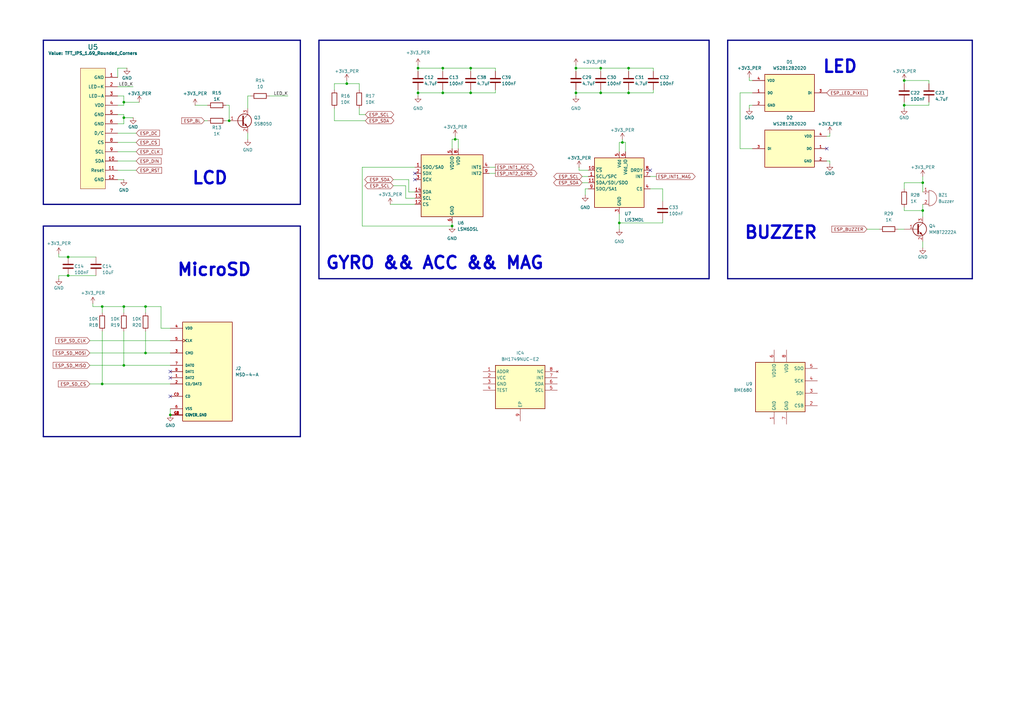
<source format=kicad_sch>
(kicad_sch (version 20250114) (generator "eeschema") (generator_version "9.0")
  (paper "A3")
  (lib_symbols
    (symbol "Device:Buzzer" (pin_names (offset 0.0254) (hide yes))
      (property "Reference" "BZ" (at 3.81 1.27 0))
      (property "Value" "Buzzer" (at 3.81 -1.27 0))
      (symbol "Buzzer_0_1"
        (polyline (pts (xy -1.651 1.905) (xy -1.143 1.905)))
        (polyline (pts (xy -1.397 2.159) (xy -1.397 1.651)))
        (arc (start 0 3.175) (mid 3.1612 0) (end 0 -3.175))
        (polyline (pts (xy 0 3.175) (xy 0 -3.175)))
      )
      (symbol "Buzzer_1_1"
        (pin passive line (at -2.54 2.54 0) (length 2.54) (name "+") (number "1"))
        (pin passive line (at -2.54 -2.54 0) (length 2.54) (name "-") (number "2"))
      )
    )
    (symbol "Device:C" (pin_numbers (hide yes)) (pin_names (offset 0.254))
      (property "Reference" "C" (at 0.635 2.54 0))
      (property "Value" "C" (at 0.635 -2.54 0))
      (symbol "C_0_1"
        (polyline (pts (xy -2.032 0.762) (xy 2.032 0.762)) (stroke (width 0.508)))
        (polyline (pts (xy -2.032 -0.762) (xy 2.032 -0.762)) (stroke (width 0.508)))
      )
      (symbol "C_1_1"
        (pin passive line (at 0 3.81 270) (length 2.794) (name "~") (number "1"))
        (pin passive line (at 0 -3.81 90) (length 2.794) (name "~") (number "2"))
      )
    )
    (symbol "Device:R" (pin_numbers (hide yes)) (pin_names (offset 0))
      (property "Reference" "R" (at 2.032 0 90))
      (property "Value" "R" (at 0 0 90))
      (symbol "R_0_1"
        (rectangle (start -1.016 -2.54) (end 1.016 2.54) (stroke (width 0.254)))
      )
      (symbol "R_1_1"
        (pin passive line (at 0 3.81 270) (length 1.27) (name "~") (number "1"))
        (pin passive line (at 0 -3.81 90) (length 1.27) (name "~") (number "2"))
      )
    )
    (symbol "MSD-4-A:MSD-4-A" (pin_names (offset 1.016))
      (property "Reference" "J" (at -10.16 21.082 0))
      (property "Value" "MSD-4-A" (at -10.16 -22.86 0))
      (symbol "MSD-4-A_0_0"
        (rectangle (start -10.16 -20.32) (end 10.16 20.32) (stroke (width 0.254)) (fill (type background)))
        (pin power_in line (at -15.24 17.78 0) (length 5.08) (name "VDD") (number "4"))
        (pin input clock (at -15.24 12.7 0) (length 5.08) (name "CLK") (number "5"))
        (pin bidirectional line (at -15.24 7.62 0) (length 5.08) (name "CMD") (number "3"))
        (pin bidirectional line (at -15.24 2.54 0) (length 5.08) (name "DAT0") (number "7"))
        (pin bidirectional line (at -15.24 0 0) (length 5.08) (name "DAT1") (number "8"))
        (pin bidirectional line (at -15.24 -2.54 0) (length 5.08) (name "DAT2") (number "1"))
        (pin bidirectional line (at -15.24 -5.08 0) (length 5.08) (name "CD/DAT3") (number "2"))
        (pin passive line (at -15.24 -10.16 0) (length 5.08) (name "CD") (number "CD"))
        (pin power_in line (at -15.24 -15.24 0) (length 5.08) (name "VSS") (number "6"))
        (pin power_in line (at -15.24 -17.78 0) (length 5.08) (name "COVER_GND") (number "G1"))
        (pin power_in line (at -15.24 -17.78 0) (length 5.08) (name "COVER_GND") (number "G2"))
        (pin power_in line (at -15.24 -17.78 0) (length 5.08) (name "COVER_GND") (number "G3"))
        (pin power_in line (at -15.24 -17.78 0) (length 5.08) (name "COVER_GND") (number "G4"))
      )
    )
    (symbol "SamacSys_Parts:BH1749NUC-E2"
      (property "Reference" "IC" (at 26.67 7.62 0))
      (property "Value" "BH1749NUC-E2" (at 26.67 5.08 0))
      (symbol "BH1749NUC-E2_1_1"
        (rectangle (start 5.08 2.54) (end 25.4 -15.24) (stroke (width 0.254)) (fill (type background)))
        (pin passive line (at 0 0 0) (length 5.08) (name "ADDR") (number "1"))
        (pin passive line (at 0 -2.54 0) (length 5.08) (name "VCC") (number "2"))
        (pin passive line (at 0 -5.08 0) (length 5.08) (name "GND") (number "3"))
        (pin passive line (at 0 -7.62 0) (length 5.08) (name "TEST") (number "4"))
        (pin passive line (at 15.24 -20.32 90) (length 5.08) (name "EP") (number "9"))
        (pin no_connect line (at 30.48 0 180) (length 5.08) (name "NC") (number "8"))
        (pin passive line (at 30.48 -2.54 180) (length 5.08) (name "INT") (number "7"))
        (pin passive line (at 30.48 -5.08 180) (length 5.08) (name "SDA") (number "6"))
        (pin passive line (at 30.48 -7.62 180) (length 5.08) (name "SCL") (number "5"))
      )
    )
    (symbol "Sensor:BME680"
      (property "Reference" "U" (at -8.89 11.43 0))
      (property "Value" "BME680" (at 7.62 11.43 0))
      (symbol "BME680_0_1"
        (rectangle (start -10.16 10.16) (end 10.16 -10.16) (stroke (width 0.254)) (fill (type background)))
      )
      (symbol "BME680_1_1"
        (pin power_in line (at -2.54 15.24 270) (length 5.08) (name "VDDIO") (number "6"))
        (pin power_in line (at -2.54 -15.24 90) (length 5.08) (name "GND") (number "1"))
        (pin power_in line (at 2.54 15.24 270) (length 5.08) (name "VDD") (number "8"))
        (pin power_in line (at 2.54 -15.24 90) (length 5.08) (name "GND") (number "7"))
        (pin bidirectional line (at 15.24 7.62 180) (length 5.08) (name "SDO") (number "5"))
        (pin input line (at 15.24 2.54 180) (length 5.08) (name "SCK") (number "4"))
        (pin bidirectional line (at 15.24 -2.54 180) (length 5.08) (name "SDI") (number "3"))
        (pin input line (at 15.24 -7.62 180) (length 5.08) (name "CSB") (number "2"))
      )
    )
    (symbol "Sensor_Magnetic:LIS3MDL"
      (property "Reference" "U" (at -8.89 11.43 0))
      (property "Value" "LIS3MDL" (at 7.62 11.43 0))
      (symbol "LIS3MDL_0_1"
        (rectangle (start -10.16 10.16) (end 10.16 -10.16) (stroke (width 0.254)) (fill (type background)))
      )
      (symbol "LIS3MDL_1_1"
        (pin input line (at -12.7 5.08 0) (length 2.54) (name "~{CS}") (number "10"))
        (pin input line (at -12.7 2.54 0) (length 2.54) (name "SCL/SPC") (number "1"))
        (pin bidirectional line (at -12.7 0 0) (length 2.54) (name "SDA/SDI/SDO") (number "11"))
        (pin bidirectional line (at -12.7 -2.54 0) (length 2.54) (name "SDO/SA1") (number "9"))
        (pin power_in line (at 0 12.7 270) (length 2.54) (name "Vdd") (number "5"))
        (pin passive line (at 0 -12.7 90) (length 2.54) (hide yes) (name "GND") (number "12"))
        (pin passive line (at 0 -12.7 90) (length 2.54) (hide yes) (name "GND") (number "2"))
        (pin power_in line (at 0 -12.7 90) (length 2.54) (name "GND") (number "3"))
        (pin power_in line (at 2.54 12.7 270) (length 2.54) (name "Vdd_IO") (number "6"))
        (pin output line (at 12.7 5.08 180) (length 2.54) (name "DRDY") (number "8"))
        (pin output line (at 12.7 2.54 180) (length 2.54) (name "INT") (number "7"))
        (pin power_out line (at 12.7 -2.54 180) (length 2.54) (name "C1") (number "4"))
      )
    )
    (symbol "Sensor_Motion:LSM6DSL"
      (property "Reference" "U" (at -11.43 15.24 0))
      (property "Value" "LSM6DSL" (at -11.43 12.7 0))
      (symbol "LSM6DSL_0_1"
        (rectangle (start -12.7 12.7) (end 12.7 -12.7) (stroke (width 0.254)) (fill (type background)))
      )
      (symbol "LSM6DSL_1_1"
        (pin bidirectional line (at -15.24 7.62 0) (length 2.54) (name "SDO/SA0") (number "1"))
        (pin bidirectional line (at -15.24 5.08 0) (length 2.54) (name "SDX") (number "2"))
        (pin input line (at -15.24 2.54 0) (length 2.54) (name "SCX") (number "3"))
        (pin bidirectional line (at -15.24 -2.54 0) (length 2.54) (name "SDA") (number "14"))
        (pin input line (at -15.24 -5.08 0) (length 2.54) (name "SCL") (number "13"))
        (pin input line (at -15.24 -7.62 0) (length 2.54) (name "CS") (number "12"))
        (pin power_in line (at 0 15.24 270) (length 2.54) (name "VDDIO") (number "5"))
        (pin power_in line (at 0 -15.24 90) (length 2.54) (name "GND") (number "6"))
        (pin passive line (at 0 -15.24 90) (length 2.54) (hide yes) (name "GND") (number "7"))
        (pin power_in line (at 2.54 15.24 270) (length 2.54) (name "VDD") (number "8"))
        (pin no_connect line (at 12.7 -2.54 180) (length 3.81) (hide yes) (name "NC") (number "11"))
        (pin no_connect line (at 12.7 -5.08 180) (length 3.81) (hide yes) (name "NC") (number "10"))
        (pin output line (at 15.24 7.62 180) (length 2.54) (name "INT1") (number "4"))
        (pin output line (at 15.24 5.08 180) (length 2.54) (name "INT2") (number "9"))
      )
    )
    (symbol "TFT_IPS_1_69_ST7789V2:TFT_IPS_1.69_Rounded_Corners"
      (property "Reference" "U" (at 0 25.908 0))
      (property "Value" "TFT_IPS_1.69_Rounded_Corners" (at 1.524 28.956 0) (show_name))
      (symbol "TFT_IPS_1.69_Rounded_Corners_1_1"
        (rectangle (start -5.08 24.13) (end 5.08 -25.4) (fill (type background)))
        (pin bidirectional line (at 10.16 20.32 180) (length 5.08) (name "GND") (number "1"))
        (pin bidirectional line (at 10.16 16.51 180) (length 5.08) (name "LED-K") (number "2"))
        (pin bidirectional line (at 10.16 12.7 180) (length 5.08) (name "LED-A") (number "3"))
        (pin bidirectional line (at 10.16 8.89 180) (length 5.08) (name "VDD") (number "4"))
        (pin bidirectional line (at 10.16 5.08 180) (length 5.08) (name "GND") (number "5"))
        (pin bidirectional line (at 10.16 1.27 180) (length 5.08) (name "GND") (number "6"))
        (pin bidirectional line (at 10.16 -2.54 180) (length 5.08) (name "D/C") (number "7"))
        (pin bidirectional line (at 10.16 -6.35 180) (length 5.08) (name "CS") (number "8"))
        (pin bidirectional line (at 10.16 -10.16 180) (length 5.08) (name "SCL") (number "9"))
        (pin bidirectional line (at 10.16 -13.97 180) (length 5.08) (name "SDA") (number "10"))
        (pin bidirectional line (at 10.16 -17.78 180) (length 5.08) (name "Reset") (number "11"))
        (pin bidirectional line (at 10.16 -21.59 180) (length 5.08) (name "GND") (number "12"))
      )
    )
    (symbol "Transistor_BJT:MMBT2222A" (pin_names (offset 0) (hide yes))
      (property "Reference" "Q" (at 5.08 1.905 0))
      (property "Value" "MMBT2222A" (at 5.08 0 0))
      (symbol "MMBT2222A_0_1"
        (polyline (pts (xy 0.635 1.905) (xy 0.635 -1.905) (xy 0.635 -1.905)) (stroke (width 0.508)))
        (polyline (pts (xy 0.635 0.635) (xy 2.54 2.54)))
        (polyline (pts (xy 0.635 -0.635) (xy 2.54 -2.54) (xy 2.54 -2.54)))
        (circle (center 1.27 0) (radius 2.8194) (stroke (width 0.254)))
        (polyline (pts (xy 1.27 -1.778) (xy 1.778 -1.27) (xy 2.286 -2.286) (xy 1.27 -1.778) (xy 1.27 -1.778)) (fill (type outline)))
      )
      (symbol "MMBT2222A_1_1"
        (pin input line (at -5.08 0 0) (length 5.715) (name "B") (number "1"))
        (pin passive line (at 2.54 5.08 270) (length 2.54) (name "C") (number "3"))
        (pin passive line (at 2.54 -5.08 90) (length 2.54) (name "E") (number "2"))
      )
    )
    (symbol "Transistor_BJT:SS8050" (pin_names (offset 0) (hide yes))
      (property "Reference" "Q" (at 5.08 1.905 0))
      (property "Value" "SS8050" (at 5.08 0 0))
      (symbol "SS8050_0_1"
        (polyline (pts (xy -2.54 0) (xy 0.635 0)))
        (polyline (pts (xy 0.635 1.905) (xy 0.635 -1.905)) (stroke (width 0.508)))
        (circle (center 1.27 0) (radius 2.8194) (stroke (width 0.254)))
      )
      (symbol "SS8050_1_1"
        (polyline (pts (xy 0.635 0.635) (xy 2.54 2.54)))
        (polyline (pts (xy 0.635 -0.635) (xy 2.54 -2.54)))
        (polyline (pts (xy 1.27 -1.778) (xy 1.778 -1.27) (xy 2.286 -2.286) (xy 1.27 -1.778)) (fill (type outline)))
        (pin input line (at -5.08 0 0) (length 2.54) (name "B") (number "1"))
        (pin passive line (at 2.54 5.08 270) (length 2.54) (name "C") (number "3"))
        (pin passive line (at 2.54 -5.08 90) (length 2.54) (name "E") (number "2"))
      )
    )
    (symbol "WS2812B2020:WS2812B2020" (pin_names (offset 1.016))
      (property "Reference" "D" (at -10.16 8.382 0))
      (property "Value" "WS2812B2020" (at -10.16 -10.16 0))
      (symbol "WS2812B2020_0_0"
        (rectangle (start -10.16 -7.62) (end 10.16 7.62) (stroke (width 0.254)) (fill (type background)))
        (pin input line (at -15.24 0 0) (length 5.08) (name "DI") (number "3"))
        (pin power_in line (at 15.24 5.08 180) (length 5.08) (name "VDD") (number "4"))
        (pin output line (at 15.24 0 180) (length 5.08) (name "DO") (number "1"))
        (pin power_in line (at 15.24 -5.08 180) (length 5.08) (name "GND") (number "2"))
      )
    )
    (symbol "power:+3.3V" (power) (pin_numbers (hide yes)) (pin_names (offset 0) (hide yes))
      (property "Value" "+3.3V" (at 0 3.556 0))
      (symbol "+3.3V_0_1"
        (polyline (pts (xy -0.762 1.27) (xy 0 2.54)))
        (polyline (pts (xy 0 2.54) (xy 0.762 1.27)))
        (polyline (pts (xy 0 0) (xy 0 2.54)))
      )
      (symbol "+3.3V_1_1"
        (pin power_in line (at 0 0 90) (length 0) (name "~") (number "1"))
      )
    )
    (symbol "power:+3V3" (power) (pin_numbers (hide yes)) (pin_names (offset 0) (hide yes))
      (property "Value" "+3V3" (at 0 3.556 0))
      (symbol "+3V3_0_1"
        (polyline (pts (xy -0.762 1.27) (xy 0 2.54)))
        (polyline (pts (xy 0 2.54) (xy 0.762 1.27)))
        (polyline (pts (xy 0 0) (xy 0 2.54)))
      )
      (symbol "+3V3_1_1"
        (pin power_in line (at 0 0 90) (length 0) (name "~") (number "1"))
      )
    )
    (symbol "power:GND" (power) (pin_numbers (hide yes)) (pin_names (offset 0) (hide yes))
      (property "Value" "GND" (at 0 -3.81 0))
      (symbol "GND_0_1"
        (polyline (pts (xy 0 0) (xy 0 -1.27) (xy 1.27 -1.27) (xy 0 -2.54) (xy -1.27 -1.27) (xy 0 -1.27)))
      )
      (symbol "GND_1_1"
        (pin power_in line (at 0 0 270) (length 0) (name "~") (number "1"))
      )
    )
  )
  (text "GYRO && ACC && MAG" (at 178.308 107.95 0) (effects (font (size 5 5) (thickness 1) (bold yes))))
  (text "BUZZER" (at 320.294 95.504 0) (effects (font (size 5 5) (thickness 1) (bold yes))))
  (text "LED " (at 346.456 27.432 0) (effects (font (size 5 5) (thickness 1) (bold yes))))
  (text "LCD\n" (at 86.106 73.152 0) (effects (font (size 5 5) (thickness 1) (bold yes))))
  (text "MicroSD" (at 87.884 110.744 0) (effects (font (size 5 5) (thickness 1) (bold yes))))
  (junction (at 193.04 38.1))
  (junction (at 50.8 125.73))
  (junction (at 370.84 43.18))
  (junction (at 59.69 125.73))
  (junction (at 50.8 48.26))
  (junction (at 236.22 38.1))
  (junction (at 93.98 49.53))
  (junction (at 41.91 125.73))
  (junction (at 246.38 38.1))
  (junction (at 59.69 144.78))
  (junction (at 370.84 33.02))
  (junction (at 378.46 74.93))
  (junction (at 185.42 92.71))
  (junction (at 181.61 38.1))
  (junction (at 257.81 38.1))
  (junction (at 27.94 113.03))
  (junction (at 255.27 58.42))
  (junction (at 378.46 86.36))
  (junction (at 50.8 41.91))
  (junction (at 69.85 170.18))
  (junction (at 246.38 27.94))
  (junction (at 186.69 57.15))
  (junction (at 181.61 27.94))
  (junction (at 41.91 157.48))
  (junction (at 27.94 105.41))
  (junction (at 50.8 149.86))
  (junction (at 142.24 34.29))
  (junction (at 236.22 27.94))
  (junction (at 171.45 38.1))
  (junction (at 257.81 27.94))
  (junction (at 171.45 27.94))
  (junction (at 254 91.44))
  (junction (at 193.04 27.94))
  (no_connect (at 170.18 73.66))
  (no_connect (at 69.85 162.56))
  (no_connect (at 69.85 152.4))
  (no_connect (at 339.09 60.96))
  (no_connect (at 170.18 71.12))
  (no_connect (at 266.7 69.85))
  (no_connect (at 69.85 154.94))
  (wire (pts (xy 186.69 55.88) (xy 186.69 57.15)))
  (wire (pts (xy 236.22 27.94) (xy 236.22 29.21)))
  (wire (pts (xy 193.04 38.1) (xy 203.2 38.1)))
  (wire (pts (xy 254 62.23) (xy 254 58.42)))
  (wire (pts (xy 181.61 27.94) (xy 181.61 29.21)))
  (bus (pts (xy 130.81 16.51) (xy 290.83 16.51)) (stroke (width 0.508)))
  (wire (pts (xy 36.83 144.78) (xy 59.69 144.78)))
  (wire (pts (xy 171.45 27.94) (xy 181.61 27.94)))
  (wire (pts (xy 50.8 43.18) (xy 50.8 41.91)))
  (wire (pts (xy 271.78 77.47) (xy 271.78 82.55)))
  (wire (pts (xy 137.16 44.45) (xy 137.16 49.53)))
  (wire (pts (xy 370.84 33.02) (xy 381 33.02)))
  (wire (pts (xy 370.84 44.45) (xy 370.84 43.18)))
  (wire (pts (xy 161.29 73.66) (xy 167.64 73.66)))
  (wire (pts (xy 267.97 29.21) (xy 267.97 27.94)))
  (wire (pts (xy 378.46 74.93) (xy 370.84 74.93)))
  (wire (pts (xy 171.45 26.67) (xy 171.45 27.94)))
  (wire (pts (xy 307.34 43.18) (xy 308.61 43.18)))
  (wire (pts (xy 181.61 36.83) (xy 181.61 38.1)))
  (wire (pts (xy 257.81 38.1) (xy 246.38 38.1)))
  (wire (pts (xy 50.8 135.89) (xy 50.8 149.86)))
  (wire (pts (xy 36.83 157.48) (xy 41.91 157.48)))
  (wire (pts (xy 41.91 135.89) (xy 41.91 157.48)))
  (wire (pts (xy 267.97 36.83) (xy 267.97 38.1)))
  (bus (pts (xy 17.78 92.71) (xy 123.19 92.71)) (stroke (width 0.508)))
  (wire (pts (xy 193.04 36.83) (xy 193.04 38.1)))
  (wire (pts (xy 187.96 57.15) (xy 187.96 60.96)))
  (wire (pts (xy 271.78 90.17) (xy 271.78 91.44)))
  (wire (pts (xy 185.42 92.71) (xy 148.59 92.71)))
  (wire (pts (xy 255.27 58.42) (xy 256.54 58.42)))
  (wire (pts (xy 48.26 50.8) (xy 50.8 50.8)))
  (wire (pts (xy 161.29 76.2) (xy 166.37 76.2)))
  (wire (pts (xy 48.26 35.56) (xy 54.61 35.56)))
  (wire (pts (xy 50.8 41.91) (xy 50.8 39.37)))
  (bus (pts (xy 17.78 92.71) (xy 17.78 179.07)) (stroke (width 0.508)))
  (wire (pts (xy 110.49 39.37) (xy 118.11 39.37)))
  (wire (pts (xy 92.71 49.53) (xy 93.98 49.53)))
  (wire (pts (xy 246.38 27.94) (xy 246.38 29.21)))
  (wire (pts (xy 93.98 43.18) (xy 92.71 43.18)))
  (wire (pts (xy 237.49 69.85) (xy 237.49 68.58)))
  (wire (pts (xy 193.04 38.1) (xy 181.61 38.1)))
  (wire (pts (xy 266.7 77.47) (xy 271.78 77.47)))
  (wire (pts (xy 370.84 74.93) (xy 370.84 77.47)))
  (wire (pts (xy 48.26 39.37) (xy 50.8 39.37)))
  (wire (pts (xy 27.94 105.41) (xy 39.37 105.41)))
  (wire (pts (xy 66.04 125.73) (xy 59.69 125.73)))
  (wire (pts (xy 236.22 26.67) (xy 236.22 27.94)))
  (bus (pts (xy 123.19 16.51) (xy 123.19 83.82)) (stroke (width 0.508)))
  (wire (pts (xy 48.26 27.94) (xy 48.26 31.75)))
  (wire (pts (xy 167.64 78.74) (xy 170.18 78.74)))
  (bus (pts (xy 123.19 179.07) (xy 17.78 179.07)) (stroke (width 0.508)))
  (bus (pts (xy 130.81 16.51) (xy 130.81 114.3)) (stroke (width 0.508)))
  (wire (pts (xy 246.38 36.83) (xy 246.38 38.1)))
  (wire (pts (xy 255.27 57.15) (xy 255.27 58.42)))
  (wire (pts (xy 185.42 57.15) (xy 186.69 57.15)))
  (wire (pts (xy 171.45 38.1) (xy 181.61 38.1)))
  (wire (pts (xy 257.81 38.1) (xy 267.97 38.1)))
  (wire (pts (xy 36.83 139.7) (xy 69.85 139.7)))
  (wire (pts (xy 240.03 77.47) (xy 240.03 80.01)))
  (bus (pts (xy 290.83 114.3) (xy 130.81 114.3)) (stroke (width 0.508)))
  (wire (pts (xy 59.69 135.89) (xy 59.69 144.78)))
  (wire (pts (xy 69.85 167.64) (xy 69.85 170.18)))
  (wire (pts (xy 236.22 38.1) (xy 236.22 39.37)))
  (bus (pts (xy 290.83 16.51) (xy 290.83 114.3)) (stroke (width 0.508)))
  (wire (pts (xy 48.26 73.66) (xy 50.8 73.66)))
  (wire (pts (xy 254 87.63) (xy 254 91.44)))
  (wire (pts (xy 256.54 58.42) (xy 256.54 62.23)))
  (wire (pts (xy 370.84 43.18) (xy 381 43.18)))
  (wire (pts (xy 50.8 125.73) (xy 41.91 125.73)))
  (wire (pts (xy 66.04 125.73) (xy 66.04 134.62)))
  (bus (pts (xy 123.19 83.82) (xy 17.78 83.82)) (stroke (width 0.508)))
  (wire (pts (xy 236.22 38.1) (xy 246.38 38.1)))
  (wire (pts (xy 48.26 43.18) (xy 50.8 43.18)))
  (wire (pts (xy 241.3 69.85) (xy 237.49 69.85)))
  (wire (pts (xy 171.45 38.1) (xy 171.45 39.37)))
  (wire (pts (xy 41.91 125.73) (xy 41.91 128.27)))
  (wire (pts (xy 48.26 27.94) (xy 52.07 27.94)))
  (wire (pts (xy 203.2 36.83) (xy 203.2 38.1)))
  (wire (pts (xy 355.6 93.98) (xy 360.68 93.98)))
  (wire (pts (xy 24.13 113.03) (xy 27.94 113.03)))
  (wire (pts (xy 378.46 74.93) (xy 378.46 78.74)))
  (wire (pts (xy 340.36 55.88) (xy 340.36 54.61)))
  (wire (pts (xy 236.22 36.83) (xy 236.22 38.1)))
  (wire (pts (xy 147.32 36.83) (xy 147.32 34.29)))
  (wire (pts (xy 166.37 76.2) (xy 166.37 81.28)))
  (wire (pts (xy 167.64 73.66) (xy 167.64 78.74)))
  (wire (pts (xy 381 43.18) (xy 381 41.91)))
  (wire (pts (xy 148.59 68.58) (xy 170.18 68.58)))
  (wire (pts (xy 66.04 134.62) (xy 69.85 134.62)))
  (bus (pts (xy 17.78 16.51) (xy 123.19 16.51)) (stroke (width 0.508)))
  (wire (pts (xy 370.84 86.36) (xy 378.46 86.36)))
  (wire (pts (xy 241.3 77.47) (xy 240.03 77.47)))
  (wire (pts (xy 48.26 46.99) (xy 50.8 46.99)))
  (wire (pts (xy 102.87 39.37) (xy 101.6 39.37)))
  (wire (pts (xy 378.46 83.82) (xy 378.46 86.36)))
  (bus (pts (xy 398.78 16.51) (xy 398.78 114.3)) (stroke (width 0.508)))
  (wire (pts (xy 80.01 43.18) (xy 85.09 43.18)))
  (wire (pts (xy 193.04 27.94) (xy 203.2 27.94)))
  (wire (pts (xy 171.45 36.83) (xy 171.45 38.1)))
  (wire (pts (xy 147.32 46.99) (xy 149.86 46.99)))
  (wire (pts (xy 185.42 91.44) (xy 185.42 92.71)))
  (wire (pts (xy 41.91 157.48) (xy 69.85 157.48)))
  (wire (pts (xy 38.1 125.73) (xy 38.1 124.46)))
  (wire (pts (xy 339.09 55.88) (xy 340.36 55.88)))
  (wire (pts (xy 370.84 33.02) (xy 370.84 34.29)))
  (wire (pts (xy 142.24 34.29) (xy 147.32 34.29)))
  (wire (pts (xy 238.76 72.39) (xy 241.3 72.39)))
  (wire (pts (xy 381 33.02) (xy 381 34.29)))
  (bus (pts (xy 298.45 16.51) (xy 298.45 114.3)) (stroke (width 0.508)))
  (wire (pts (xy 48.26 66.04) (xy 55.88 66.04)))
  (wire (pts (xy 50.8 149.86) (xy 69.85 149.86)))
  (wire (pts (xy 186.69 57.15) (xy 187.96 57.15)))
  (wire (pts (xy 83.82 49.53) (xy 85.09 49.53)))
  (wire (pts (xy 36.83 149.86) (xy 50.8 149.86)))
  (wire (pts (xy 370.84 43.18) (xy 370.84 41.91)))
  (wire (pts (xy 59.69 125.73) (xy 50.8 125.73)))
  (wire (pts (xy 266.7 72.39) (xy 269.24 72.39)))
  (wire (pts (xy 181.61 27.94) (xy 193.04 27.94)))
  (wire (pts (xy 185.42 60.96) (xy 185.42 57.15)))
  (wire (pts (xy 137.16 34.29) (xy 142.24 34.29)))
  (wire (pts (xy 254 91.44) (xy 254 93.98)))
  (wire (pts (xy 27.94 113.03) (xy 39.37 113.03)))
  (wire (pts (xy 193.04 29.21) (xy 193.04 27.94)))
  (wire (pts (xy 101.6 39.37) (xy 101.6 44.45)))
  (wire (pts (xy 137.16 36.83) (xy 137.16 34.29)))
  (wire (pts (xy 171.45 27.94) (xy 171.45 29.21)))
  (wire (pts (xy 24.13 104.14) (xy 24.13 105.41)))
  (wire (pts (xy 200.66 68.58) (xy 203.2 68.58)))
  (wire (pts (xy 203.2 29.21) (xy 203.2 27.94)))
  (wire (pts (xy 48.26 54.61) (xy 55.88 54.61)))
  (wire (pts (xy 308.61 38.1) (xy 303.53 38.1)))
  (wire (pts (xy 378.46 86.36) (xy 378.46 88.9)))
  (wire (pts (xy 257.81 29.21) (xy 257.81 27.94)))
  (wire (pts (xy 24.13 114.3) (xy 24.13 113.03)))
  (bus (pts (xy 398.78 114.3) (xy 298.45 114.3)) (stroke (width 0.508)))
  (wire (pts (xy 50.8 48.26) (xy 50.8 46.99)))
  (wire (pts (xy 236.22 27.94) (xy 246.38 27.94)))
  (wire (pts (xy 308.61 33.02) (xy 307.34 33.02)))
  (bus (pts (xy 17.78 16.51) (xy 17.78 83.82)) (stroke (width 0.508)))
  (wire (pts (xy 378.46 99.06) (xy 378.46 101.6)))
  (wire (pts (xy 271.78 91.44) (xy 254 91.44)))
  (wire (pts (xy 166.37 81.28) (xy 170.18 81.28)))
  (wire (pts (xy 378.46 72.39) (xy 378.46 74.93)))
  (wire (pts (xy 48.26 62.23) (xy 55.88 62.23)))
  (wire (pts (xy 303.53 38.1) (xy 303.53 60.96)))
  (wire (pts (xy 147.32 44.45) (xy 147.32 46.99)))
  (wire (pts (xy 93.98 43.18) (xy 93.98 49.53)))
  (wire (pts (xy 48.26 69.85) (xy 55.88 69.85)))
  (wire (pts (xy 303.53 60.96) (xy 308.61 60.96)))
  (wire (pts (xy 137.16 49.53) (xy 149.86 49.53)))
  (wire (pts (xy 48.26 58.42) (xy 55.88 58.42)))
  (wire (pts (xy 368.3 93.98) (xy 370.84 93.98)))
  (wire (pts (xy 101.6 54.61) (xy 101.6 57.15)))
  (wire (pts (xy 307.34 44.45) (xy 307.34 43.18)))
  (wire (pts (xy 142.24 34.29) (xy 142.24 33.02)))
  (wire (pts (xy 246.38 27.94) (xy 257.81 27.94)))
  (wire (pts (xy 370.84 85.09) (xy 370.84 86.36)))
  (wire (pts (xy 50.8 48.26) (xy 54.61 48.26)))
  (wire (pts (xy 238.76 74.93) (xy 241.3 74.93)))
  (wire (pts (xy 254 58.42) (xy 255.27 58.42)))
  (wire (pts (xy 50.8 50.8) (xy 50.8 48.26)))
  (wire (pts (xy 340.36 67.31) (xy 340.36 66.04)))
  (wire (pts (xy 200.66 71.12) (xy 203.2 71.12)))
  (wire (pts (xy 148.59 92.71) (xy 148.59 68.58)))
  (wire (pts (xy 160.02 83.82) (xy 170.18 83.82)))
  (wire (pts (xy 59.69 144.78) (xy 69.85 144.78)))
  (bus (pts (xy 123.19 92.71) (xy 123.19 179.07)) (stroke (width 0.508)))
  (wire (pts (xy 307.34 33.02) (xy 307.34 31.75)))
  (wire (pts (xy 340.36 66.04) (xy 339.09 66.04)))
  (wire (pts (xy 59.69 125.73) (xy 59.69 128.27)))
  (wire (pts (xy 57.15 41.91) (xy 50.8 41.91)))
  (wire (pts (xy 41.91 125.73) (xy 38.1 125.73)))
  (wire (pts (xy 257.81 27.94) (xy 267.97 27.94)))
  (bus (pts (xy 298.45 16.51) (xy 398.78 16.51)) (stroke (width 0.508)))
  (wire (pts (xy 50.8 125.73) (xy 50.8 128.27)))
  (wire (pts (xy 24.13 105.41) (xy 27.94 105.41)))
  (wire (pts (xy 257.81 36.83) (xy 257.81 38.1)))
  (label "LED_K" (at 118.11 39.37 180))
  (label "LED_K" (at 54.61 35.56 180))
  (global_label "ESP_BL" (shape input) (at 83.82 49.53 180) (property "Intersheetrefs" "${INTERSHEET_REFS}" (effects (hide yes))))
  (global_label "ESP_SDA" (shape bidirectional) (at 238.76 74.93 180) (property "Intersheetrefs" "${INTERSHEET_REFS}" (effects (hide yes))))
  (global_label "ESP_SD_MOSI" (shape input) (at 36.83 144.78 180) (property "Intersheetrefs" "${INTERSHEET_REFS}" (effects (hide yes))))
  (global_label "ESP_INT1_MAG" (shape output) (at 269.24 72.39 0) (property "Intersheetrefs" "${INTERSHEET_REFS}" (effects (hide yes))))
  (global_label "ESP_RST" (shape input) (at 55.88 69.85 0) (property "Intersheetrefs" "${INTERSHEET_REFS}" (effects (hide yes))))
  (global_label "ESP_DIN" (shape input) (at 55.88 66.04 0) (property "Intersheetrefs" "${INTERSHEET_REFS}" (effects (hide yes))))
  (global_label "ESP_SDA" (shape bidirectional) (at 149.86 49.53 0) (property "Intersheetrefs" "${INTERSHEET_REFS}" (effects (hide yes))))
  (global_label "ESP_SD_MISO" (shape input) (at 36.83 149.86 180) (property "Intersheetrefs" "${INTERSHEET_REFS}" (effects (hide yes))))
  (global_label "ESP_LED_PIXEL" (shape input) (at 339.09 38.1 0) (property "Intersheetrefs" "${INTERSHEET_REFS}" (effects (hide yes))))
  (global_label "ESP_SD_CLK" (shape input) (at 36.83 139.7 180) (property "Intersheetrefs" "${INTERSHEET_REFS}" (effects (hide yes))))
  (global_label "ESP_CS" (shape input) (at 55.88 58.42 0) (property "Intersheetrefs" "${INTERSHEET_REFS}" (effects (hide yes))))
  (global_label "ESP_DC" (shape input) (at 55.88 54.61 0) (property "Intersheetrefs" "${INTERSHEET_REFS}" (effects (hide yes))))
  (global_label "ESP_SCL" (shape bidirectional) (at 149.86 46.99 0) (property "Intersheetrefs" "${INTERSHEET_REFS}" (effects (hide yes))))
  (global_label "ESP_SDA" (shape bidirectional) (at 161.29 73.66 180) (property "Intersheetrefs" "${INTERSHEET_REFS}" (effects (hide yes))))
  (global_label "ESP_SCL" (shape bidirectional) (at 161.29 76.2 180) (property "Intersheetrefs" "${INTERSHEET_REFS}" (effects (hide yes))))
  (global_label "ESP_SCL" (shape bidirectional) (at 238.76 72.39 180) (property "Intersheetrefs" "${INTERSHEET_REFS}" (effects (hide yes))))
  (global_label "ESP_BUZZER" (shape input) (at 355.6 93.98 180) (property "Intersheetrefs" "${INTERSHEET_REFS}" (effects (hide yes))))
  (global_label "ESP_INT1_ACC" (shape output) (at 203.2 68.58 0) (property "Intersheetrefs" "${INTERSHEET_REFS}" (effects (hide yes))))
  (global_label "ESP_CLK" (shape input) (at 55.88 62.23 0) (property "Intersheetrefs" "${INTERSHEET_REFS}" (effects (hide yes))))
  (global_label "ESP_SD_CS" (shape input) (at 36.83 157.48 180) (property "Intersheetrefs" "${INTERSHEET_REFS}" (effects (hide yes))))
  (global_label "ESP_INT2_GYRO" (shape output) (at 203.2 71.12 0) (property "Intersheetrefs" "${INTERSHEET_REFS}" (effects (hide yes))))
  (symbol (lib_id "Device:R") (at 59.69 132.08 180) (unit 1)
    (property "Reference" "R20" (at 56.134 133.35 0))
    (property "Value" "10K" (at 56.134 130.81 0))
    (property "Description" "Resistor" (effects (hide yes)))
  )
  (symbol (lib_id "power:GND") (at 240.03 80.01 0) (unit 1)
    (property "Reference" "#PWR030" (effects (hide yes)))
    (property "Value" "GND" (at 240.03 85.09 0))
    (property "Description" "Power symbol creates a global label with name \"GND\" , ground" (effects (hide yes)))
  )
  (symbol (lib_id "Device:C") (at 39.37 109.22 0) (unit 1)
    (property "Reference" "C14" (at 41.91 109.22 0) (effects (justify left)))
    (property "Value" "10uF" (at 41.91 111.76 0) (effects (justify left)))
    (property "Footprint" "Capacitor_SMD:C_0603_1608Metric" (effects (hide yes)))
    (property "Description" "Unpolarized capacitor" (effects (hide yes)))
  )
  (symbol (lib_id "Device:R") (at 364.49 93.98 90) (unit 1)
    (property "Reference" "R29" (at 364.49 87.63 90))
    (property "Value" "1K" (at 364.49 90.17 90))
    (property "Footprint" "Capacitor_SMD:C_0402_1005Metric" (effects (hide yes)))
    (property "Description" "Resistor" (effects (hide yes)))
  )
  (symbol (lib_id "power:+3.3V") (at 142.24 33.02 0) (unit 1)
    (property "Reference" "#PWR025" (effects (hide yes)))
    (property "Value" "+3V3_PER" (at 142.24 29.21 0))
    (property "Description" "Power symbol creates a global label with name \"+3.3V\"" (effects (hide yes)))
  )
  (symbol (lib_id "power:GND") (at 185.42 92.71 0) (unit 1)
    (property "Reference" "#PWR028" (effects (hide yes)))
    (property "Value" "GND" (at 185.42 97.79 0))
    (property "Description" "Power symbol creates a global label with name \"GND\" , ground" (effects (hide yes)))
  )
  (symbol (lib_id "Device:C") (at 203.2 33.02 0) (unit 1)
    (property "Reference" "C39" (at 205.74 31.75 0) (effects (justify left)))
    (property "Value" "100nF" (at 205.74 34.29 0) (effects (justify left)))
    (property "Footprint" "Capacitor_SMD:C_0402_1005Metric" (effects (hide yes)))
    (property "Description" "Unpolarized capacitor" (effects (hide yes)))
  )
  (symbol (lib_id "Device:C") (at 193.04 33.02 0) (unit 1)
    (property "Reference" "C38" (at 195.58 31.75 0) (effects (justify left)))
    (property "Value" "4.7uF" (at 195.58 34.29 0) (effects (justify left)))
    (property "Footprint" "Capacitor_SMD:C_0402_1005Metric" (effects (hide yes)))
    (property "Description" "Unpolarized capacitor" (effects (hide yes)))
  )
  (symbol (lib_id "Device:C") (at 257.81 33.02 0) (unit 1)
    (property "Reference" "C31" (at 260.35 31.75 0) (effects (justify left)))
    (property "Value" "4.7uF" (at 260.35 34.29 0) (effects (justify left)))
    (property "Footprint" "Capacitor_SMD:C_0402_1005Metric" (effects (hide yes)))
    (property "Description" "Unpolarized capacitor" (effects (hide yes)))
  )
  (symbol (lib_id "Device:R") (at 370.84 81.28 0) (unit 1)
    (property "Reference" "R28" (at 373.38 80.0099 0) (effects (justify left)))
    (property "Value" "1K" (at 373.38 82.5499 0) (effects (justify left)))
    (property "Footprint" "Capacitor_SMD:C_0402_1005Metric" (effects (hide yes)))
    (property "Description" "Resistor" (effects (hide yes)))
  )
  (symbol (lib_id "power:GND") (at 24.13 114.3 0) (unit 1)
    (property "Reference" "#PWR043" (effects (hide yes)))
    (property "Value" "GND" (at 24.13 118.11 0))
    (property "Description" "Power symbol creates a global label with name \"GND\" , ground" (effects (hide yes)))
  )
  (symbol (lib_id "Device:C") (at 236.22 33.02 0) (unit 1)
    (property "Reference" "C29" (at 238.76 31.75 0) (effects (justify left)))
    (property "Value" "4.7uF" (at 238.76 34.29 0) (effects (justify left)))
    (property "Footprint" "Capacitor_SMD:C_0402_1005Metric" (effects (hide yes)))
    (property "Description" "Unpolarized capacitor" (effects (hide yes)))
  )
  (symbol (lib_id "WS2812B2020:WS2812B2020") (at 323.85 60.96 0) (unit 1)
    (property "Reference" "D2" (at 323.85 48.26 0))
    (property "Value" "WS2812B2020" (at 323.85 50.8 0))
    (property "Footprint" "WS2812B2020:LED_WS2812B2020" (effects (hide yes)))
    (property "MF" "WorldSemi" (effects (hide yes)))
    (property "MAXIMUM_PACKAGE_HEIGHT" "0.84 mm" (effects (hide yes)))
    (property "Package" "None" (effects (hide yes)))
    (property "Price" "None" (effects (hide yes)))
    (property "Check_prices" "https://www.snapeda.com/parts/WS2812B-2020/Worldsemi/view-part/?ref=eda" (effects (hide yes)))
    (property "STANDARD" "Manufacturer Recommendations" (effects (hide yes)))
    (property "PARTREV" "V1.0" (effects (hide yes)))
    (property "SnapEDA_Link" "https://www.snapeda.com/parts/WS2812B-2020/Worldsemi/view-part/?ref=snap" (effects (hide yes)))
    (property "MP" "WS2812B-2020" (effects (hide yes)))
    (property "Description_1" "\n                        \n                            Programmable LED; SMD; 2020; RGB; 2x2x0.84mm; 3.7÷5.3V; 2kHz\n                        \n" (effects (hide yes)))
    (property "Availability" "Not in stock" (effects (hide yes)))
    (property "MANUFACTURER" "WorldSemi" (effects (hide yes)))
  )
  (symbol (lib_id "power:GND") (at 54.61 48.26 0) (unit 1)
    (property "Reference" "#PWR020" (effects (hide yes)))
    (property "Value" "GND" (at 54.61 52.07 0))
    (property "Description" "Power symbol creates a global label with name \"GND\" , ground" (effects (hide yes)))
  )
  (symbol (lib_id "power:+3.3V") (at 340.36 54.61 0) (unit 1)
    (property "Reference" "#PWR033" (effects (hide yes)))
    (property "Value" "+3V3_PER" (at 340.36 50.8 0))
    (property "Description" "Power symbol creates a global label with name \"+3.3V\"" (effects (hide yes)))
  )
  (symbol (lib_id "power:GND") (at 307.34 44.45 0) (unit 1)
    (property "Reference" "#PWR032" (effects (hide yes)))
    (property "Value" "GND" (at 307.34 48.26 0))
    (property "Description" "Power symbol creates a global label with name \"GND\" , ground" (effects (hide yes)))
  )
  (symbol (lib_id "Device:C") (at 246.38 33.02 0) (unit 1)
    (property "Reference" "C30" (at 248.92 31.75 0) (effects (justify left)))
    (property "Value" "100nF" (at 248.92 34.29 0) (effects (justify left)))
    (property "Footprint" "Capacitor_SMD:C_0402_1005Metric" (effects (hide yes)))
    (property "Description" "Unpolarized capacitor" (effects (hide yes)))
  )
  (symbol (lib_id "SamacSys_Parts:BH1749NUC-E2") (at 198.12 152.4 0) (unit 1)
    (property "Reference" "IC4" (at 213.36 144.78 0))
    (property "Value" "BH1749NUC-E2" (at 213.36 147.32 0))
    (property "Footprint" "SamacSys_Parts:SON50P210X200X60-9N" (effects (hide yes)))
    (property "Datasheet" "https://componentsearchengine.com/Datasheets/1/BH1749NUC-E2.pdf" (effects (hide yes)))
    (property "Description" "Image Sensors Dig 16bit Clr Sensr 2.3-3.6V 80klx 190uA" (effects (hide yes)))
    (property "Height" "0.6" (effects (hide yes)))
    (property "Manufacturer_Name" "ROHM Semiconductor" (effects (hide yes)))
    (property "Manufacturer_Part_Number" "BH1749NUC-E2" (effects (hide yes)))
    (property "Mouser Part Number" "755-BH1749NUC-E2" (effects (hide yes)))
    (property "Mouser Price/Stock" "https://www.mouser.co.uk/ProductDetail/ROHM-Semiconductor/BH1749NUC-E2?qs=F5EMLAvA7IAa5PKMxlcoug%3D%3D" (effects (hide yes)))
  )
  (symbol (lib_id "Device:C") (at 27.94 109.22 0) (unit 1)
    (property "Reference" "C14" (at 30.48 109.22 0) (effects (justify left)))
    (property "Value" "100nF" (at 30.48 111.76 0) (effects (justify left)))
    (property "Footprint" "Capacitor_SMD:C_0603_1608Metric" (effects (hide yes)))
    (property "Description" "Unpolarized capacitor" (effects (hide yes)))
  )
  (symbol (lib_id "power:GND") (at 50.8 73.66 0) (unit 1)
    (property "Reference" "#PWR019" (effects (hide yes)))
    (property "Value" "GND" (at 50.8 77.978 0))
    (property "Description" "Power symbol creates a global label with name \"GND\" , ground" (effects (hide yes)))
  )
  (symbol (lib_id "power:GND") (at 340.36 67.31 0) (unit 1)
    (property "Reference" "#PWR034" (effects (hide yes)))
    (property "Value" "GND" (at 340.36 71.12 0))
    (property "Description" "Power symbol creates a global label with name \"GND\" , ground" (effects (hide yes)))
  )
  (symbol (lib_id "power:+3V3") (at 57.15 41.91 0) (unit 1)
    (property "Reference" "#PWR021" (effects (hide yes)))
    (property "Value" "+3V3_PER" (at 57.15 38.354 0))
    (property "Description" "Power symbol creates a global label with name \"+3V3\"" (effects (hide yes)))
  )
  (symbol (lib_id "Sensor:BME680") (at 320.04 158.75 0) (unit 1)
    (property "Reference" "U9" (at 308.61 157.4799 0) (effects (justify right)))
    (property "Value" "BME680" (at 308.61 160.0199 0) (effects (justify right)))
    (property "Footprint" "Package_LGA:Bosch_LGA-8_3x3mm_P0.8mm_ClockwisePinNumbering" (effects (hide yes)))
    (property "Datasheet" "https://ae-bst.resource.bosch.com/media/_tech/media/datasheets/BST-BME680-DS001.pdf" (effects (hide yes)))
    (property "Description" "4-in-1 sensor, gas, humidity, pressure, temperature, I2C and SPI interface, 1.71-3.6V, LGA-8" (effects (hide yes)))
  )
  (symbol (lib_id "Device:C") (at 381 38.1 0) (unit 1)
    (property "Reference" "C23" (at 383.54 38.1 0) (effects (justify left)))
    (property "Value" "4.7uF" (at 383.54 40.64 0) (effects (justify left)))
    (property "Footprint" "Capacitor_SMD:C_0402_1005Metric" (effects (hide yes)))
    (property "Description" "Unpolarized capacitor" (effects (hide yes)))
  )
  (symbol (lib_id "power:GND") (at 254 93.98 0) (unit 1)
    (property "Reference" "#PWR029" (effects (hide yes)))
    (property "Value" "GND" (at 254 99.06 0))
    (property "Description" "Power symbol creates a global label with name \"GND\" , ground" (effects (hide yes)))
  )
  (symbol (lib_id "power:+3.3V") (at 171.45 26.67 0) (unit 1)
    (property "Reference" "#PWR024" (effects (hide yes)))
    (property "Value" "+3V3_PER" (at 171.45 21.59 0))
    (property "Description" "Power symbol creates a global label with name \"+3.3V\"" (effects (hide yes)))
  )
  (symbol (lib_id "power:+3.3V") (at 370.84 33.02 0) (unit 1)
    (property "Reference" "#PWR035" (effects (hide yes)))
    (property "Value" "+3V3_PER" (at 370.84 29.21 0))
    (property "Description" "Power symbol creates a global label with name \"+3.3V\"" (effects (hide yes)))
  )
  (symbol (lib_id "power:GND") (at 370.84 44.45 0) (unit 1)
    (property "Reference" "#PWR036" (effects (hide yes)))
    (property "Value" "GND" (at 370.84 48.26 0))
    (property "Description" "Power symbol creates a global label with name \"GND\" , ground" (effects (hide yes)))
  )
  (symbol (lib_id "power:+3V3") (at 38.1 124.46 0) (unit 1)
    (property "Reference" "#PWR041" (effects (hide yes)))
    (property "Value" "+3V3_PER" (at 38.1 120.142 0))
    (property "Description" "Power symbol creates a global label with name \"+3V3\"" (effects (hide yes)))
  )
  (symbol (lib_id "power:GND") (at 69.85 170.18 0) (unit 1)
    (property "Reference" "#PWR040" (effects (hide yes)))
    (property "Value" "GND" (at 69.85 174.498 0))
    (property "Description" "Power symbol creates a global label with name \"GND\" , ground" (effects (hide yes)))
  )
  (symbol (lib_id "power:GND") (at 378.46 101.6 0) (unit 1)
    (property "Reference" "#PWR092" (effects (hide yes)))
    (property "Value" "GND" (at 378.46 105.41 0))
    (property "Description" "Power symbol creates a global label with name \"GND\" , ground" (effects (hide yes)))
  )
  (symbol (lib_id "Sensor_Motion:LSM6DSL") (at 185.42 76.2 0) (unit 1)
    (property "Reference" "U6" (at 187.6141 91.44 0) (effects (justify left)))
    (property "Value" "LSM6DSL" (at 187.6141 93.98 0) (effects (justify left)))
    (property "Footprint" "Package_LGA:LGA-14_3x2.5mm_P0.5mm_LayoutBorder3x4y" (effects (hide yes)))
    (property "Datasheet" "https://www.st.com/resource/en/datasheet/lsm6dsl.pdf" (effects (hide yes)))
    (property "Description" "I2C/SPI, iNEMO inertial module: always-on 3D accelerometer and 3D gyroscope, 1.71V to 3.6V VCC" (effects (hide yes)))
  )
  (symbol (lib_id "Device:R") (at 88.9 43.18 90) (unit 1)
    (property "Reference" "R15" (at 88.9 38.1 90))
    (property "Value" "1K" (at 88.9 40.64 90))
    (property "Description" "Resistor" (effects (hide yes)))
  )
  (symbol (lib_id "Device:C") (at 171.45 33.02 0) (unit 1)
    (property "Reference" "C12" (at 173.99 31.75 0) (effects (justify left)))
    (property "Value" "4.7uF" (at 173.99 34.29 0) (effects (justify left)))
    (property "Footprint" "Capacitor_SMD:C_0402_1005Metric" (effects (hide yes)))
    (property "Description" "Unpolarized capacitor" (effects (hide yes)))
  )
  (symbol (lib_id "Device:R") (at 88.9 49.53 90) (unit 1)
    (property "Reference" "R13" (at 88.9 52.324 90))
    (property "Value" "1K" (at 88.9 54.864 90))
    (property "Description" "Resistor" (effects (hide yes)))
  )
  (symbol (lib_id "Device:R") (at 50.8 132.08 180) (unit 1)
    (property "Reference" "R19" (at 47.244 133.35 0))
    (property "Value" "10K" (at 47.244 130.81 0))
    (property "Description" "Resistor" (effects (hide yes)))
  )
  (symbol (lib_id "Device:C") (at 271.78 86.36 0) (unit 1)
    (property "Reference" "C33" (at 274.32 85.09 0) (effects (justify left)))
    (property "Value" "100nF" (at 274.32 87.63 0) (effects (justify left)))
    (property "Footprint" "Capacitor_SMD:C_0402_1005Metric" (effects (hide yes)))
    (property "Description" "Unpolarized capacitor" (effects (hide yes)))
  )
  (symbol (lib_id "Device:C") (at 181.61 33.02 0) (unit 1)
    (property "Reference" "C13" (at 184.15 31.75 0) (effects (justify left)))
    (property "Value" "100nF" (at 184.15 34.29 0) (effects (justify left)))
    (property "Footprint" "Capacitor_SMD:C_0402_1005Metric" (effects (hide yes)))
    (property "Description" "Unpolarized capacitor" (effects (hide yes)))
  )
  (symbol (lib_id "power:+3.3V") (at 160.02 83.82 0) (unit 1)
    (property "Reference" "#PWR026" (effects (hide yes)))
    (property "Value" "+3V3_PER" (at 160.02 79.756 0))
    (property "Description" "Power symbol creates a global label with name \"+3.3V\"" (effects (hide yes)))
  )
  (symbol (lib_id "power:GND") (at 101.6 57.15 0) (unit 1)
    (property "Reference" "#PWR023" (effects (hide yes)))
    (property "Value" "GND" (at 101.6 61.468 0))
    (property "Description" "Power symbol creates a global label with name \"GND\" , ground" (effects (hide yes)))
  )
  (symbol (lib_id "power:GND") (at 171.45 39.37 0) (unit 1)
    (property "Reference" "#PWR024" (effects (hide yes)))
    (property "Value" "GND" (at 171.45 44.45 0))
    (property "Description" "Power symbol creates a global label with name \"GND\" , ground" (effects (hide yes)))
  )
  (symbol (lib_id "MSD-4-A:MSD-4-A") (at 85.09 152.4 0) (unit 1)
    (property "Reference" "J2" (at 96.52 151.1299 0) (effects (justify left)))
    (property "Value" "MSD-4-A" (at 96.52 153.6699 0) (effects (justify left)))
    (property "Footprint" "MSD-4-A:CUI_MSD-4-A" (effects (hide yes)))
    (property "MF" "Same Sky" (effects (hide yes)))
    (property "MAXIMUM_PACKAGE_HEIGHT" "2.00mm" (effects (hide yes)))
    (property "Package" "None" (effects (hide yes)))
    (property "Price" "None" (effects (hide yes)))
    (property "Check_prices" "https://www.snapeda.com/parts/MSD-4-A/Same+Sky/view-part/?ref=eda" (effects (hide yes)))
    (property "STANDARD" "Manufacturer Recommendations" (effects (hide yes)))
    (property "PARTREV" "1.0" (effects (hide yes)))
    (property "SnapEDA_Link" "https://www.snapeda.com/parts/MSD-4-A/Same+Sky/view-part/?ref=snap" (effects (hide yes)))
    (property "MP" "MSD-4-A" (effects (hide yes)))
    (property "Description_1" "Micro SD Card Connector, 9 Positions, Connector and Ejector, Push In, Auto Eject Out, Surface Mount, 1.8 mm Height Above Board, Gold Flash" (effects (hide yes)))
    (property "Availability" "In Stock" (effects (hide yes)))
    (property "MANUFACTURER" "CUI Devices" (effects (hide yes)))
  )
  (symbol (lib_id "power:+3.3V") (at 307.34 31.75 0) (unit 1)
    (property "Reference" "#PWR031" (effects (hide yes)))
    (property "Value" "+3V3_PER" (at 307.34 27.94 0))
    (property "Description" "Power symbol creates a global label with name \"+3.3V\"" (effects (hide yes)))
  )
  (symbol (lib_id "power:+3.3V") (at 186.69 55.88 0) (unit 1)
    (property "Reference" "#PWR029" (effects (hide yes)))
    (property "Value" "+3V3_PER" (at 186.69 52.07 0))
    (property "Description" "Power symbol creates a global label with name \"+3.3V\"" (effects (hide yes)))
  )
  (symbol (lib_id "Device:R") (at 106.68 39.37 90) (unit 1)
    (property "Reference" "R14" (at 106.68 33.02 90))
    (property "Value" "10" (at 106.68 35.56 90))
    (property "Description" "Resistor" (effects (hide yes)))
  )
  (symbol (lib_id "Transistor_BJT:SS8050") (at 99.06 49.53 0) (unit 1)
    (property "Reference" "Q3" (at 104.14 48.2599 0) (effects (justify left)))
    (property "Value" "SS8050" (at 104.14 50.7999 0) (effects (justify left)))
    (property "Footprint" "Package_TO_SOT_SMD:SOT-23" (effects (hide yes)))
    (property "Datasheet" "http://www.secosgmbh.com/datasheet/products/SSMPTransistor/SOT-23/SS8050.pdf" (effects (hide yes)))
    (property "Description" "General Purpose NPN Transistor, 1.5A Ic, 25V Vce, SOT-23" (effects (hide yes)))
  )
  (symbol (lib_id "power:+3.3V") (at 236.22 26.67 0) (unit 1)
    (property "Reference" "#PWR025" (effects (hide yes)))
    (property "Value" "+3V3_PER" (at 238.76 25.3999 0) (effects (justify left)))
    (property "Description" "Power symbol creates a global label with name \"+3.3V\"" (effects (hide yes)))
  )
  (symbol (lib_id "power:GND") (at 52.07 27.94 0) (unit 1)
    (property "Reference" "#PWR018" (effects (hide yes)))
    (property "Value" "GND" (at 52.07 32.004 0))
    (property "Description" "Power symbol creates a global label with name \"GND\" , ground" (effects (hide yes)))
  )
  (symbol (lib_id "power:+3V3") (at 80.01 43.18 0) (unit 1)
    (property "Reference" "#PWR022" (effects (hide yes)))
    (property "Value" "+3V3_PER" (at 80.01 38.354 0))
    (property "Description" "Power symbol creates a global label with name \"+3V3\"" (effects (hide yes)))
  )
  (symbol (lib_id "Device:R") (at 147.32 40.64 0) (unit 1)
    (property "Reference" "R17" (at 149.86 39.3699 0) (effects (justify left)))
    (property "Value" "10K" (at 149.86 41.9099 0) (effects (justify left)))
    (property "Footprint" "Capacitor_SMD:C_0402_1005Metric" (effects (hide yes)))
    (property "Description" "Resistor" (effects (hide yes)))
  )
  (symbol (lib_id "power:+3.3V") (at 255.27 57.15 0) (unit 1)
    (property "Reference" "#PWR027" (effects (hide yes)))
    (property "Value" "+3V3_PER" (at 255.27 53.34 0))
    (property "Description" "Power symbol creates a global label with name \"+3.3V\"" (effects (hide yes)))
  )
  (symbol (lib_id "WS2812B2020:WS2812B2020") (at 323.85 38.1 0) (mirror y) (unit 1)
    (property "Reference" "D1" (at 323.85 25.4 0))
    (property "Value" "WS2812B2020" (at 323.85 27.94 0))
    (property "Footprint" "WS2812B2020:LED_WS2812B2020" (effects (hide yes)))
    (property "MF" "WorldSemi" (effects (hide yes)))
    (property "MAXIMUM_PACKAGE_HEIGHT" "0.84 mm" (effects (hide yes)))
    (property "Package" "None" (effects (hide yes)))
    (property "Price" "None" (effects (hide yes)))
    (property "Check_prices" "https://www.snapeda.com/parts/WS2812B-2020/Worldsemi/view-part/?ref=eda" (effects (hide yes)))
    (property "STANDARD" "Manufacturer Recommendations" (effects (hide yes)))
    (property "PARTREV" "V1.0" (effects (hide yes)))
    (property "SnapEDA_Link" "https://www.snapeda.com/parts/WS2812B-2020/Worldsemi/view-part/?ref=snap" (effects (hide yes)))
    (property "MP" "WS2812B-2020" (effects (hide yes)))
    (property "Description_1" "\n                        \n                            Programmable LED; SMD; 2020; RGB; 2x2x0.84mm; 3.7÷5.3V; 2kHz\n                        \n" (effects (hide yes)))
    (property "Availability" "Not in stock" (effects (hide yes)))
    (property "MANUFACTURER" "WorldSemi" (effects (hide yes)))
  )
  (symbol (lib_id "power:+3V3") (at 24.13 104.14 0) (unit 1)
    (property "Reference" "#PWR042" (effects (hide yes)))
    (property "Value" "+3V3_PER" (at 24.13 99.822 0))
    (property "Description" "Power symbol creates a global label with name \"+3V3\"" (effects (hide yes)))
  )
  (symbol (lib_id "TFT_IPS_1_69_ST7789V2:TFT_IPS_1.69_Rounded_Corners") (at 38.1 52.07 0) (unit 1)
    (property "Reference" "U5" (at 38.1 19.304 0) (effects (font (size 2.032 2.032) (thickness 0.254) (bold yes))))
    (property "Value" "TFT_IPS_1.69_Rounded_Corners" (at 38.1 21.844 0) (show_name yes) (effects (font (thickness 0.254) (bold yes))))
    (property "Footprint" "TFT_IPS_1_69_ST7789V2:TFT_IPS__1.69_Rounded_Corners" (effects (hide yes)))
  )
  (symbol (lib_id "Device:C") (at 267.97 33.02 0) (unit 1)
    (property "Reference" "C32" (at 270.51 31.75 0) (effects (justify left)))
    (property "Value" "100nF" (at 270.51 34.29 0) (effects (justify left)))
    (property "Footprint" "Capacitor_SMD:C_0402_1005Metric" (effects (hide yes)))
    (property "Description" "Unpolarized capacitor" (effects (hide yes)))
  )
  (symbol (lib_id "power:+3.3V") (at 378.46 72.39 0) (unit 1)
    (property "Reference" "#PWR039" (effects (hide yes)))
    (property "Value" "+3V3_PER" (at 378.46 68.58 0))
    (property "Description" "Power symbol creates a global label with name \"+3.3V\"" (effects (hide yes)))
  )
  (symbol (lib_id "Device:C") (at 370.84 38.1 0) (unit 1)
    (property "Reference" "C22" (at 373.38 38.1 0) (effects (justify left)))
    (property "Value" "100nF" (at 373.38 40.64 0) (effects (justify left)))
    (property "Footprint" "Capacitor_SMD:C_0402_1005Metric" (effects (hide yes)))
    (property "Description" "Unpolarized capacitor" (effects (hide yes)))
  )
  (symbol (lib_id "power:GND") (at 236.22 39.37 0) (unit 1)
    (property "Reference" "#PWR026" (effects (hide yes)))
    (property "Value" "GND" (at 236.22 44.45 0))
    (property "Description" "Power symbol creates a global label with name \"GND\" , ground" (effects (hide yes)))
  )
  (symbol (lib_id "Device:R") (at 137.16 40.64 0) (unit 1)
    (property "Reference" "R16" (at 139.7 39.3699 0) (effects (justify left)))
    (property "Value" "10K" (at 139.7 41.9099 0) (effects (justify left)))
    (property "Footprint" "Capacitor_SMD:C_0402_1005Metric" (effects (hide yes)))
    (property "Description" "Resistor" (effects (hide yes)))
  )
  (symbol (lib_id "Sensor_Magnetic:LIS3MDL") (at 254 74.93 0) (unit 1)
    (property "Reference" "U7" (at 256.1433 87.63 0) (effects (justify left)))
    (property "Value" "LIS3MDL" (at 256.1433 90.17 0) (effects (justify left)))
    (property "Footprint" "Package_LGA:LGA-12_2x2mm_P0.5mm" (effects (hide yes)))
    (property "Datasheet" "https://www.st.com/resource/en/datasheet/lis3mdl.pdf" (effects (hide yes)))
    (property "Description" "Ultra-low-power, 3-axis digital output magnetometer, LGA-12" (effects (hide yes)))
  )
  (symbol (lib_id "Device:Buzzer") (at 381 81.28 0) (unit 1)
    (property "Reference" "BZ1" (at 384.81 80.0099 0) (effects (justify left)))
    (property "Value" "Buzzer" (at 384.81 82.5499 0) (effects (justify left)))
    (property "Footprint" "Buzzer_Beeper:Buzzer_Murata_PKMCS0909E" (effects (hide yes)))
    (property "Description" "Buzzer, polarized" (effects (hide yes)))
  )
  (symbol (lib_id "Transistor_BJT:MMBT2222A") (at 375.92 93.98 0) (unit 1)
    (property "Reference" "Q4" (at 381 92.7099 0) (effects (justify left)))
    (property "Value" "MMBT2222A" (at 381 95.2499 0) (effects (justify left)))
    (property "Footprint" "Package_TO_SOT_SMD:SOT-23" (effects (hide yes)))
    (property "Datasheet" "https://assets.nexperia.com/documents/data-sheet/MMBT2222A.pdf" (effects (hide yes)))
    (property "Description" "600mA Ic, 40V Vce, NPN Transistor, SOT-23" (effects (hide yes)))
  )
  (symbol (lib_id "power:+3.3V") (at 237.49 68.58 0) (unit 1)
    (property "Reference" "#PWR028" (effects (hide yes)))
    (property "Value" "+3V3_PER" (at 237.49 64.77 0))
    (property "Description" "Power symbol creates a global label with name \"+3.3V\"" (effects (hide yes)))
  )
  (symbol (lib_id "Device:R") (at 41.91 132.08 180) (unit 1)
    (property "Reference" "R18" (at 38.354 133.35 0))
    (property "Value" "10K" (at 38.354 130.81 0))
    (property "Description" "Resistor" (effects (hide yes)))
  )
)
</source>
